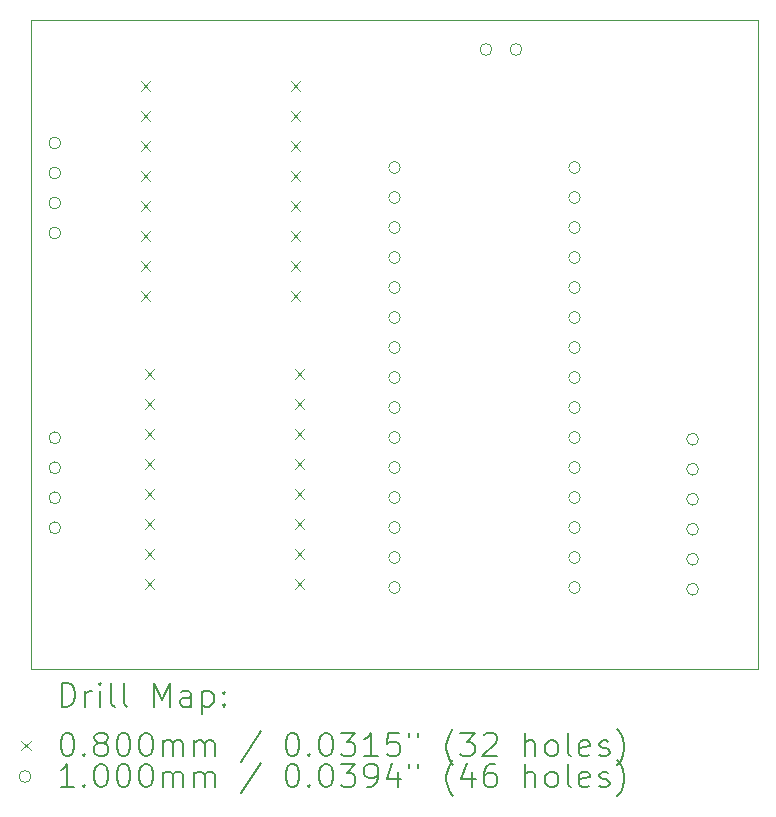
<source format=gbr>
%TF.GenerationSoftware,KiCad,Pcbnew,8.0.1*%
%TF.CreationDate,2024-04-25T13:58:34+02:00*%
%TF.ProjectId,WritingRobotV2,57726974-696e-4675-926f-626f7456322e,rev?*%
%TF.SameCoordinates,Original*%
%TF.FileFunction,Drillmap*%
%TF.FilePolarity,Positive*%
%FSLAX45Y45*%
G04 Gerber Fmt 4.5, Leading zero omitted, Abs format (unit mm)*
G04 Created by KiCad (PCBNEW 8.0.1) date 2024-04-25 13:58:34*
%MOMM*%
%LPD*%
G01*
G04 APERTURE LIST*
%ADD10C,0.050000*%
%ADD11C,0.200000*%
%ADD12C,0.100000*%
G04 APERTURE END LIST*
D10*
X7500000Y-4200000D02*
X13650000Y-4200000D01*
X13650000Y-9700000D01*
X7500000Y-9700000D01*
X7500000Y-4200000D01*
D11*
D12*
X8426000Y-4721000D02*
X8506000Y-4801000D01*
X8506000Y-4721000D02*
X8426000Y-4801000D01*
X8426000Y-4975000D02*
X8506000Y-5055000D01*
X8506000Y-4975000D02*
X8426000Y-5055000D01*
X8426000Y-5229000D02*
X8506000Y-5309000D01*
X8506000Y-5229000D02*
X8426000Y-5309000D01*
X8426000Y-5483000D02*
X8506000Y-5563000D01*
X8506000Y-5483000D02*
X8426000Y-5563000D01*
X8426000Y-5737000D02*
X8506000Y-5817000D01*
X8506000Y-5737000D02*
X8426000Y-5817000D01*
X8426000Y-5991000D02*
X8506000Y-6071000D01*
X8506000Y-5991000D02*
X8426000Y-6071000D01*
X8426000Y-6245000D02*
X8506000Y-6325000D01*
X8506000Y-6245000D02*
X8426000Y-6325000D01*
X8426000Y-6499000D02*
X8506000Y-6579000D01*
X8506000Y-6499000D02*
X8426000Y-6579000D01*
X8460000Y-7160000D02*
X8540000Y-7240000D01*
X8540000Y-7160000D02*
X8460000Y-7240000D01*
X8460000Y-7414000D02*
X8540000Y-7494000D01*
X8540000Y-7414000D02*
X8460000Y-7494000D01*
X8460000Y-7668000D02*
X8540000Y-7748000D01*
X8540000Y-7668000D02*
X8460000Y-7748000D01*
X8460000Y-7922000D02*
X8540000Y-8002000D01*
X8540000Y-7922000D02*
X8460000Y-8002000D01*
X8460000Y-8176000D02*
X8540000Y-8256000D01*
X8540000Y-8176000D02*
X8460000Y-8256000D01*
X8460000Y-8430000D02*
X8540000Y-8510000D01*
X8540000Y-8430000D02*
X8460000Y-8510000D01*
X8460000Y-8684000D02*
X8540000Y-8764000D01*
X8540000Y-8684000D02*
X8460000Y-8764000D01*
X8460000Y-8938000D02*
X8540000Y-9018000D01*
X8540000Y-8938000D02*
X8460000Y-9018000D01*
X9696000Y-4721000D02*
X9776000Y-4801000D01*
X9776000Y-4721000D02*
X9696000Y-4801000D01*
X9696000Y-4975000D02*
X9776000Y-5055000D01*
X9776000Y-4975000D02*
X9696000Y-5055000D01*
X9696000Y-5229000D02*
X9776000Y-5309000D01*
X9776000Y-5229000D02*
X9696000Y-5309000D01*
X9696000Y-5483000D02*
X9776000Y-5563000D01*
X9776000Y-5483000D02*
X9696000Y-5563000D01*
X9696000Y-5737000D02*
X9776000Y-5817000D01*
X9776000Y-5737000D02*
X9696000Y-5817000D01*
X9696000Y-5991000D02*
X9776000Y-6071000D01*
X9776000Y-5991000D02*
X9696000Y-6071000D01*
X9696000Y-6245000D02*
X9776000Y-6325000D01*
X9776000Y-6245000D02*
X9696000Y-6325000D01*
X9696000Y-6499000D02*
X9776000Y-6579000D01*
X9776000Y-6499000D02*
X9696000Y-6579000D01*
X9730000Y-7160000D02*
X9810000Y-7240000D01*
X9810000Y-7160000D02*
X9730000Y-7240000D01*
X9730000Y-7414000D02*
X9810000Y-7494000D01*
X9810000Y-7414000D02*
X9730000Y-7494000D01*
X9730000Y-7668000D02*
X9810000Y-7748000D01*
X9810000Y-7668000D02*
X9730000Y-7748000D01*
X9730000Y-7922000D02*
X9810000Y-8002000D01*
X9810000Y-7922000D02*
X9730000Y-8002000D01*
X9730000Y-8176000D02*
X9810000Y-8256000D01*
X9810000Y-8176000D02*
X9730000Y-8256000D01*
X9730000Y-8430000D02*
X9810000Y-8510000D01*
X9810000Y-8430000D02*
X9730000Y-8510000D01*
X9730000Y-8684000D02*
X9810000Y-8764000D01*
X9810000Y-8684000D02*
X9730000Y-8764000D01*
X9730000Y-8938000D02*
X9810000Y-9018000D01*
X9810000Y-8938000D02*
X9730000Y-9018000D01*
X7750000Y-5242000D02*
G75*
G02*
X7650000Y-5242000I-50000J0D01*
G01*
X7650000Y-5242000D02*
G75*
G02*
X7750000Y-5242000I50000J0D01*
G01*
X7750000Y-5496000D02*
G75*
G02*
X7650000Y-5496000I-50000J0D01*
G01*
X7650000Y-5496000D02*
G75*
G02*
X7750000Y-5496000I50000J0D01*
G01*
X7750000Y-5750000D02*
G75*
G02*
X7650000Y-5750000I-50000J0D01*
G01*
X7650000Y-5750000D02*
G75*
G02*
X7750000Y-5750000I50000J0D01*
G01*
X7750000Y-6004000D02*
G75*
G02*
X7650000Y-6004000I-50000J0D01*
G01*
X7650000Y-6004000D02*
G75*
G02*
X7750000Y-6004000I50000J0D01*
G01*
X7750000Y-7738000D02*
G75*
G02*
X7650000Y-7738000I-50000J0D01*
G01*
X7650000Y-7738000D02*
G75*
G02*
X7750000Y-7738000I50000J0D01*
G01*
X7750000Y-7992000D02*
G75*
G02*
X7650000Y-7992000I-50000J0D01*
G01*
X7650000Y-7992000D02*
G75*
G02*
X7750000Y-7992000I50000J0D01*
G01*
X7750000Y-8246000D02*
G75*
G02*
X7650000Y-8246000I-50000J0D01*
G01*
X7650000Y-8246000D02*
G75*
G02*
X7750000Y-8246000I50000J0D01*
G01*
X7750000Y-8500000D02*
G75*
G02*
X7650000Y-8500000I-50000J0D01*
G01*
X7650000Y-8500000D02*
G75*
G02*
X7750000Y-8500000I50000J0D01*
G01*
X10626000Y-5450000D02*
G75*
G02*
X10526000Y-5450000I-50000J0D01*
G01*
X10526000Y-5450000D02*
G75*
G02*
X10626000Y-5450000I50000J0D01*
G01*
X10626000Y-5704000D02*
G75*
G02*
X10526000Y-5704000I-50000J0D01*
G01*
X10526000Y-5704000D02*
G75*
G02*
X10626000Y-5704000I50000J0D01*
G01*
X10626000Y-5958000D02*
G75*
G02*
X10526000Y-5958000I-50000J0D01*
G01*
X10526000Y-5958000D02*
G75*
G02*
X10626000Y-5958000I50000J0D01*
G01*
X10626000Y-6212000D02*
G75*
G02*
X10526000Y-6212000I-50000J0D01*
G01*
X10526000Y-6212000D02*
G75*
G02*
X10626000Y-6212000I50000J0D01*
G01*
X10626000Y-6466000D02*
G75*
G02*
X10526000Y-6466000I-50000J0D01*
G01*
X10526000Y-6466000D02*
G75*
G02*
X10626000Y-6466000I50000J0D01*
G01*
X10626000Y-6720000D02*
G75*
G02*
X10526000Y-6720000I-50000J0D01*
G01*
X10526000Y-6720000D02*
G75*
G02*
X10626000Y-6720000I50000J0D01*
G01*
X10626000Y-6974000D02*
G75*
G02*
X10526000Y-6974000I-50000J0D01*
G01*
X10526000Y-6974000D02*
G75*
G02*
X10626000Y-6974000I50000J0D01*
G01*
X10626000Y-7228000D02*
G75*
G02*
X10526000Y-7228000I-50000J0D01*
G01*
X10526000Y-7228000D02*
G75*
G02*
X10626000Y-7228000I50000J0D01*
G01*
X10626000Y-7482000D02*
G75*
G02*
X10526000Y-7482000I-50000J0D01*
G01*
X10526000Y-7482000D02*
G75*
G02*
X10626000Y-7482000I50000J0D01*
G01*
X10626000Y-7736000D02*
G75*
G02*
X10526000Y-7736000I-50000J0D01*
G01*
X10526000Y-7736000D02*
G75*
G02*
X10626000Y-7736000I50000J0D01*
G01*
X10626000Y-7990000D02*
G75*
G02*
X10526000Y-7990000I-50000J0D01*
G01*
X10526000Y-7990000D02*
G75*
G02*
X10626000Y-7990000I50000J0D01*
G01*
X10626000Y-8244000D02*
G75*
G02*
X10526000Y-8244000I-50000J0D01*
G01*
X10526000Y-8244000D02*
G75*
G02*
X10626000Y-8244000I50000J0D01*
G01*
X10626000Y-8498000D02*
G75*
G02*
X10526000Y-8498000I-50000J0D01*
G01*
X10526000Y-8498000D02*
G75*
G02*
X10626000Y-8498000I50000J0D01*
G01*
X10626000Y-8752000D02*
G75*
G02*
X10526000Y-8752000I-50000J0D01*
G01*
X10526000Y-8752000D02*
G75*
G02*
X10626000Y-8752000I50000J0D01*
G01*
X10626000Y-9006000D02*
G75*
G02*
X10526000Y-9006000I-50000J0D01*
G01*
X10526000Y-9006000D02*
G75*
G02*
X10626000Y-9006000I50000J0D01*
G01*
X11400000Y-4450000D02*
G75*
G02*
X11300000Y-4450000I-50000J0D01*
G01*
X11300000Y-4450000D02*
G75*
G02*
X11400000Y-4450000I50000J0D01*
G01*
X11654000Y-4450000D02*
G75*
G02*
X11554000Y-4450000I-50000J0D01*
G01*
X11554000Y-4450000D02*
G75*
G02*
X11654000Y-4450000I50000J0D01*
G01*
X12150000Y-5450000D02*
G75*
G02*
X12050000Y-5450000I-50000J0D01*
G01*
X12050000Y-5450000D02*
G75*
G02*
X12150000Y-5450000I50000J0D01*
G01*
X12150000Y-5704000D02*
G75*
G02*
X12050000Y-5704000I-50000J0D01*
G01*
X12050000Y-5704000D02*
G75*
G02*
X12150000Y-5704000I50000J0D01*
G01*
X12150000Y-5958000D02*
G75*
G02*
X12050000Y-5958000I-50000J0D01*
G01*
X12050000Y-5958000D02*
G75*
G02*
X12150000Y-5958000I50000J0D01*
G01*
X12150000Y-6212000D02*
G75*
G02*
X12050000Y-6212000I-50000J0D01*
G01*
X12050000Y-6212000D02*
G75*
G02*
X12150000Y-6212000I50000J0D01*
G01*
X12150000Y-6466000D02*
G75*
G02*
X12050000Y-6466000I-50000J0D01*
G01*
X12050000Y-6466000D02*
G75*
G02*
X12150000Y-6466000I50000J0D01*
G01*
X12150000Y-6720000D02*
G75*
G02*
X12050000Y-6720000I-50000J0D01*
G01*
X12050000Y-6720000D02*
G75*
G02*
X12150000Y-6720000I50000J0D01*
G01*
X12150000Y-6974000D02*
G75*
G02*
X12050000Y-6974000I-50000J0D01*
G01*
X12050000Y-6974000D02*
G75*
G02*
X12150000Y-6974000I50000J0D01*
G01*
X12150000Y-7228000D02*
G75*
G02*
X12050000Y-7228000I-50000J0D01*
G01*
X12050000Y-7228000D02*
G75*
G02*
X12150000Y-7228000I50000J0D01*
G01*
X12150000Y-7482000D02*
G75*
G02*
X12050000Y-7482000I-50000J0D01*
G01*
X12050000Y-7482000D02*
G75*
G02*
X12150000Y-7482000I50000J0D01*
G01*
X12150000Y-7736000D02*
G75*
G02*
X12050000Y-7736000I-50000J0D01*
G01*
X12050000Y-7736000D02*
G75*
G02*
X12150000Y-7736000I50000J0D01*
G01*
X12150000Y-7990000D02*
G75*
G02*
X12050000Y-7990000I-50000J0D01*
G01*
X12050000Y-7990000D02*
G75*
G02*
X12150000Y-7990000I50000J0D01*
G01*
X12150000Y-8244000D02*
G75*
G02*
X12050000Y-8244000I-50000J0D01*
G01*
X12050000Y-8244000D02*
G75*
G02*
X12150000Y-8244000I50000J0D01*
G01*
X12150000Y-8498000D02*
G75*
G02*
X12050000Y-8498000I-50000J0D01*
G01*
X12050000Y-8498000D02*
G75*
G02*
X12150000Y-8498000I50000J0D01*
G01*
X12150000Y-8752000D02*
G75*
G02*
X12050000Y-8752000I-50000J0D01*
G01*
X12050000Y-8752000D02*
G75*
G02*
X12150000Y-8752000I50000J0D01*
G01*
X12150000Y-9006000D02*
G75*
G02*
X12050000Y-9006000I-50000J0D01*
G01*
X12050000Y-9006000D02*
G75*
G02*
X12150000Y-9006000I50000J0D01*
G01*
X13150000Y-7750000D02*
G75*
G02*
X13050000Y-7750000I-50000J0D01*
G01*
X13050000Y-7750000D02*
G75*
G02*
X13150000Y-7750000I50000J0D01*
G01*
X13150000Y-8004000D02*
G75*
G02*
X13050000Y-8004000I-50000J0D01*
G01*
X13050000Y-8004000D02*
G75*
G02*
X13150000Y-8004000I50000J0D01*
G01*
X13150000Y-8258000D02*
G75*
G02*
X13050000Y-8258000I-50000J0D01*
G01*
X13050000Y-8258000D02*
G75*
G02*
X13150000Y-8258000I50000J0D01*
G01*
X13150000Y-8512000D02*
G75*
G02*
X13050000Y-8512000I-50000J0D01*
G01*
X13050000Y-8512000D02*
G75*
G02*
X13150000Y-8512000I50000J0D01*
G01*
X13150000Y-8766000D02*
G75*
G02*
X13050000Y-8766000I-50000J0D01*
G01*
X13050000Y-8766000D02*
G75*
G02*
X13150000Y-8766000I50000J0D01*
G01*
X13150000Y-9020000D02*
G75*
G02*
X13050000Y-9020000I-50000J0D01*
G01*
X13050000Y-9020000D02*
G75*
G02*
X13150000Y-9020000I50000J0D01*
G01*
D11*
X7758277Y-10013984D02*
X7758277Y-9813984D01*
X7758277Y-9813984D02*
X7805896Y-9813984D01*
X7805896Y-9813984D02*
X7834467Y-9823508D01*
X7834467Y-9823508D02*
X7853515Y-9842555D01*
X7853515Y-9842555D02*
X7863039Y-9861603D01*
X7863039Y-9861603D02*
X7872562Y-9899698D01*
X7872562Y-9899698D02*
X7872562Y-9928270D01*
X7872562Y-9928270D02*
X7863039Y-9966365D01*
X7863039Y-9966365D02*
X7853515Y-9985412D01*
X7853515Y-9985412D02*
X7834467Y-10004460D01*
X7834467Y-10004460D02*
X7805896Y-10013984D01*
X7805896Y-10013984D02*
X7758277Y-10013984D01*
X7958277Y-10013984D02*
X7958277Y-9880650D01*
X7958277Y-9918746D02*
X7967801Y-9899698D01*
X7967801Y-9899698D02*
X7977324Y-9890174D01*
X7977324Y-9890174D02*
X7996372Y-9880650D01*
X7996372Y-9880650D02*
X8015420Y-9880650D01*
X8082086Y-10013984D02*
X8082086Y-9880650D01*
X8082086Y-9813984D02*
X8072562Y-9823508D01*
X8072562Y-9823508D02*
X8082086Y-9833031D01*
X8082086Y-9833031D02*
X8091610Y-9823508D01*
X8091610Y-9823508D02*
X8082086Y-9813984D01*
X8082086Y-9813984D02*
X8082086Y-9833031D01*
X8205896Y-10013984D02*
X8186848Y-10004460D01*
X8186848Y-10004460D02*
X8177324Y-9985412D01*
X8177324Y-9985412D02*
X8177324Y-9813984D01*
X8310658Y-10013984D02*
X8291610Y-10004460D01*
X8291610Y-10004460D02*
X8282086Y-9985412D01*
X8282086Y-9985412D02*
X8282086Y-9813984D01*
X8539229Y-10013984D02*
X8539229Y-9813984D01*
X8539229Y-9813984D02*
X8605896Y-9956841D01*
X8605896Y-9956841D02*
X8672563Y-9813984D01*
X8672563Y-9813984D02*
X8672563Y-10013984D01*
X8853515Y-10013984D02*
X8853515Y-9909222D01*
X8853515Y-9909222D02*
X8843991Y-9890174D01*
X8843991Y-9890174D02*
X8824944Y-9880650D01*
X8824944Y-9880650D02*
X8786848Y-9880650D01*
X8786848Y-9880650D02*
X8767801Y-9890174D01*
X8853515Y-10004460D02*
X8834467Y-10013984D01*
X8834467Y-10013984D02*
X8786848Y-10013984D01*
X8786848Y-10013984D02*
X8767801Y-10004460D01*
X8767801Y-10004460D02*
X8758277Y-9985412D01*
X8758277Y-9985412D02*
X8758277Y-9966365D01*
X8758277Y-9966365D02*
X8767801Y-9947317D01*
X8767801Y-9947317D02*
X8786848Y-9937793D01*
X8786848Y-9937793D02*
X8834467Y-9937793D01*
X8834467Y-9937793D02*
X8853515Y-9928270D01*
X8948753Y-9880650D02*
X8948753Y-10080650D01*
X8948753Y-9890174D02*
X8967801Y-9880650D01*
X8967801Y-9880650D02*
X9005896Y-9880650D01*
X9005896Y-9880650D02*
X9024944Y-9890174D01*
X9024944Y-9890174D02*
X9034467Y-9899698D01*
X9034467Y-9899698D02*
X9043991Y-9918746D01*
X9043991Y-9918746D02*
X9043991Y-9975889D01*
X9043991Y-9975889D02*
X9034467Y-9994936D01*
X9034467Y-9994936D02*
X9024944Y-10004460D01*
X9024944Y-10004460D02*
X9005896Y-10013984D01*
X9005896Y-10013984D02*
X8967801Y-10013984D01*
X8967801Y-10013984D02*
X8948753Y-10004460D01*
X9129705Y-9994936D02*
X9139229Y-10004460D01*
X9139229Y-10004460D02*
X9129705Y-10013984D01*
X9129705Y-10013984D02*
X9120182Y-10004460D01*
X9120182Y-10004460D02*
X9129705Y-9994936D01*
X9129705Y-9994936D02*
X9129705Y-10013984D01*
X9129705Y-9890174D02*
X9139229Y-9899698D01*
X9139229Y-9899698D02*
X9129705Y-9909222D01*
X9129705Y-9909222D02*
X9120182Y-9899698D01*
X9120182Y-9899698D02*
X9129705Y-9890174D01*
X9129705Y-9890174D02*
X9129705Y-9909222D01*
D12*
X7417500Y-10302500D02*
X7497500Y-10382500D01*
X7497500Y-10302500D02*
X7417500Y-10382500D01*
D11*
X7796372Y-10233984D02*
X7815420Y-10233984D01*
X7815420Y-10233984D02*
X7834467Y-10243508D01*
X7834467Y-10243508D02*
X7843991Y-10253031D01*
X7843991Y-10253031D02*
X7853515Y-10272079D01*
X7853515Y-10272079D02*
X7863039Y-10310174D01*
X7863039Y-10310174D02*
X7863039Y-10357793D01*
X7863039Y-10357793D02*
X7853515Y-10395889D01*
X7853515Y-10395889D02*
X7843991Y-10414936D01*
X7843991Y-10414936D02*
X7834467Y-10424460D01*
X7834467Y-10424460D02*
X7815420Y-10433984D01*
X7815420Y-10433984D02*
X7796372Y-10433984D01*
X7796372Y-10433984D02*
X7777324Y-10424460D01*
X7777324Y-10424460D02*
X7767801Y-10414936D01*
X7767801Y-10414936D02*
X7758277Y-10395889D01*
X7758277Y-10395889D02*
X7748753Y-10357793D01*
X7748753Y-10357793D02*
X7748753Y-10310174D01*
X7748753Y-10310174D02*
X7758277Y-10272079D01*
X7758277Y-10272079D02*
X7767801Y-10253031D01*
X7767801Y-10253031D02*
X7777324Y-10243508D01*
X7777324Y-10243508D02*
X7796372Y-10233984D01*
X7948753Y-10414936D02*
X7958277Y-10424460D01*
X7958277Y-10424460D02*
X7948753Y-10433984D01*
X7948753Y-10433984D02*
X7939229Y-10424460D01*
X7939229Y-10424460D02*
X7948753Y-10414936D01*
X7948753Y-10414936D02*
X7948753Y-10433984D01*
X8072562Y-10319698D02*
X8053515Y-10310174D01*
X8053515Y-10310174D02*
X8043991Y-10300650D01*
X8043991Y-10300650D02*
X8034467Y-10281603D01*
X8034467Y-10281603D02*
X8034467Y-10272079D01*
X8034467Y-10272079D02*
X8043991Y-10253031D01*
X8043991Y-10253031D02*
X8053515Y-10243508D01*
X8053515Y-10243508D02*
X8072562Y-10233984D01*
X8072562Y-10233984D02*
X8110658Y-10233984D01*
X8110658Y-10233984D02*
X8129705Y-10243508D01*
X8129705Y-10243508D02*
X8139229Y-10253031D01*
X8139229Y-10253031D02*
X8148753Y-10272079D01*
X8148753Y-10272079D02*
X8148753Y-10281603D01*
X8148753Y-10281603D02*
X8139229Y-10300650D01*
X8139229Y-10300650D02*
X8129705Y-10310174D01*
X8129705Y-10310174D02*
X8110658Y-10319698D01*
X8110658Y-10319698D02*
X8072562Y-10319698D01*
X8072562Y-10319698D02*
X8053515Y-10329222D01*
X8053515Y-10329222D02*
X8043991Y-10338746D01*
X8043991Y-10338746D02*
X8034467Y-10357793D01*
X8034467Y-10357793D02*
X8034467Y-10395889D01*
X8034467Y-10395889D02*
X8043991Y-10414936D01*
X8043991Y-10414936D02*
X8053515Y-10424460D01*
X8053515Y-10424460D02*
X8072562Y-10433984D01*
X8072562Y-10433984D02*
X8110658Y-10433984D01*
X8110658Y-10433984D02*
X8129705Y-10424460D01*
X8129705Y-10424460D02*
X8139229Y-10414936D01*
X8139229Y-10414936D02*
X8148753Y-10395889D01*
X8148753Y-10395889D02*
X8148753Y-10357793D01*
X8148753Y-10357793D02*
X8139229Y-10338746D01*
X8139229Y-10338746D02*
X8129705Y-10329222D01*
X8129705Y-10329222D02*
X8110658Y-10319698D01*
X8272562Y-10233984D02*
X8291610Y-10233984D01*
X8291610Y-10233984D02*
X8310658Y-10243508D01*
X8310658Y-10243508D02*
X8320182Y-10253031D01*
X8320182Y-10253031D02*
X8329705Y-10272079D01*
X8329705Y-10272079D02*
X8339229Y-10310174D01*
X8339229Y-10310174D02*
X8339229Y-10357793D01*
X8339229Y-10357793D02*
X8329705Y-10395889D01*
X8329705Y-10395889D02*
X8320182Y-10414936D01*
X8320182Y-10414936D02*
X8310658Y-10424460D01*
X8310658Y-10424460D02*
X8291610Y-10433984D01*
X8291610Y-10433984D02*
X8272562Y-10433984D01*
X8272562Y-10433984D02*
X8253515Y-10424460D01*
X8253515Y-10424460D02*
X8243991Y-10414936D01*
X8243991Y-10414936D02*
X8234467Y-10395889D01*
X8234467Y-10395889D02*
X8224943Y-10357793D01*
X8224943Y-10357793D02*
X8224943Y-10310174D01*
X8224943Y-10310174D02*
X8234467Y-10272079D01*
X8234467Y-10272079D02*
X8243991Y-10253031D01*
X8243991Y-10253031D02*
X8253515Y-10243508D01*
X8253515Y-10243508D02*
X8272562Y-10233984D01*
X8463039Y-10233984D02*
X8482086Y-10233984D01*
X8482086Y-10233984D02*
X8501134Y-10243508D01*
X8501134Y-10243508D02*
X8510658Y-10253031D01*
X8510658Y-10253031D02*
X8520182Y-10272079D01*
X8520182Y-10272079D02*
X8529705Y-10310174D01*
X8529705Y-10310174D02*
X8529705Y-10357793D01*
X8529705Y-10357793D02*
X8520182Y-10395889D01*
X8520182Y-10395889D02*
X8510658Y-10414936D01*
X8510658Y-10414936D02*
X8501134Y-10424460D01*
X8501134Y-10424460D02*
X8482086Y-10433984D01*
X8482086Y-10433984D02*
X8463039Y-10433984D01*
X8463039Y-10433984D02*
X8443991Y-10424460D01*
X8443991Y-10424460D02*
X8434467Y-10414936D01*
X8434467Y-10414936D02*
X8424944Y-10395889D01*
X8424944Y-10395889D02*
X8415420Y-10357793D01*
X8415420Y-10357793D02*
X8415420Y-10310174D01*
X8415420Y-10310174D02*
X8424944Y-10272079D01*
X8424944Y-10272079D02*
X8434467Y-10253031D01*
X8434467Y-10253031D02*
X8443991Y-10243508D01*
X8443991Y-10243508D02*
X8463039Y-10233984D01*
X8615420Y-10433984D02*
X8615420Y-10300650D01*
X8615420Y-10319698D02*
X8624944Y-10310174D01*
X8624944Y-10310174D02*
X8643991Y-10300650D01*
X8643991Y-10300650D02*
X8672563Y-10300650D01*
X8672563Y-10300650D02*
X8691610Y-10310174D01*
X8691610Y-10310174D02*
X8701134Y-10329222D01*
X8701134Y-10329222D02*
X8701134Y-10433984D01*
X8701134Y-10329222D02*
X8710658Y-10310174D01*
X8710658Y-10310174D02*
X8729705Y-10300650D01*
X8729705Y-10300650D02*
X8758277Y-10300650D01*
X8758277Y-10300650D02*
X8777325Y-10310174D01*
X8777325Y-10310174D02*
X8786848Y-10329222D01*
X8786848Y-10329222D02*
X8786848Y-10433984D01*
X8882086Y-10433984D02*
X8882086Y-10300650D01*
X8882086Y-10319698D02*
X8891610Y-10310174D01*
X8891610Y-10310174D02*
X8910658Y-10300650D01*
X8910658Y-10300650D02*
X8939229Y-10300650D01*
X8939229Y-10300650D02*
X8958277Y-10310174D01*
X8958277Y-10310174D02*
X8967801Y-10329222D01*
X8967801Y-10329222D02*
X8967801Y-10433984D01*
X8967801Y-10329222D02*
X8977325Y-10310174D01*
X8977325Y-10310174D02*
X8996372Y-10300650D01*
X8996372Y-10300650D02*
X9024944Y-10300650D01*
X9024944Y-10300650D02*
X9043991Y-10310174D01*
X9043991Y-10310174D02*
X9053515Y-10329222D01*
X9053515Y-10329222D02*
X9053515Y-10433984D01*
X9443991Y-10224460D02*
X9272563Y-10481603D01*
X9701134Y-10233984D02*
X9720182Y-10233984D01*
X9720182Y-10233984D02*
X9739229Y-10243508D01*
X9739229Y-10243508D02*
X9748753Y-10253031D01*
X9748753Y-10253031D02*
X9758277Y-10272079D01*
X9758277Y-10272079D02*
X9767801Y-10310174D01*
X9767801Y-10310174D02*
X9767801Y-10357793D01*
X9767801Y-10357793D02*
X9758277Y-10395889D01*
X9758277Y-10395889D02*
X9748753Y-10414936D01*
X9748753Y-10414936D02*
X9739229Y-10424460D01*
X9739229Y-10424460D02*
X9720182Y-10433984D01*
X9720182Y-10433984D02*
X9701134Y-10433984D01*
X9701134Y-10433984D02*
X9682087Y-10424460D01*
X9682087Y-10424460D02*
X9672563Y-10414936D01*
X9672563Y-10414936D02*
X9663039Y-10395889D01*
X9663039Y-10395889D02*
X9653515Y-10357793D01*
X9653515Y-10357793D02*
X9653515Y-10310174D01*
X9653515Y-10310174D02*
X9663039Y-10272079D01*
X9663039Y-10272079D02*
X9672563Y-10253031D01*
X9672563Y-10253031D02*
X9682087Y-10243508D01*
X9682087Y-10243508D02*
X9701134Y-10233984D01*
X9853515Y-10414936D02*
X9863039Y-10424460D01*
X9863039Y-10424460D02*
X9853515Y-10433984D01*
X9853515Y-10433984D02*
X9843991Y-10424460D01*
X9843991Y-10424460D02*
X9853515Y-10414936D01*
X9853515Y-10414936D02*
X9853515Y-10433984D01*
X9986848Y-10233984D02*
X10005896Y-10233984D01*
X10005896Y-10233984D02*
X10024944Y-10243508D01*
X10024944Y-10243508D02*
X10034468Y-10253031D01*
X10034468Y-10253031D02*
X10043991Y-10272079D01*
X10043991Y-10272079D02*
X10053515Y-10310174D01*
X10053515Y-10310174D02*
X10053515Y-10357793D01*
X10053515Y-10357793D02*
X10043991Y-10395889D01*
X10043991Y-10395889D02*
X10034468Y-10414936D01*
X10034468Y-10414936D02*
X10024944Y-10424460D01*
X10024944Y-10424460D02*
X10005896Y-10433984D01*
X10005896Y-10433984D02*
X9986848Y-10433984D01*
X9986848Y-10433984D02*
X9967801Y-10424460D01*
X9967801Y-10424460D02*
X9958277Y-10414936D01*
X9958277Y-10414936D02*
X9948753Y-10395889D01*
X9948753Y-10395889D02*
X9939229Y-10357793D01*
X9939229Y-10357793D02*
X9939229Y-10310174D01*
X9939229Y-10310174D02*
X9948753Y-10272079D01*
X9948753Y-10272079D02*
X9958277Y-10253031D01*
X9958277Y-10253031D02*
X9967801Y-10243508D01*
X9967801Y-10243508D02*
X9986848Y-10233984D01*
X10120182Y-10233984D02*
X10243991Y-10233984D01*
X10243991Y-10233984D02*
X10177325Y-10310174D01*
X10177325Y-10310174D02*
X10205896Y-10310174D01*
X10205896Y-10310174D02*
X10224944Y-10319698D01*
X10224944Y-10319698D02*
X10234468Y-10329222D01*
X10234468Y-10329222D02*
X10243991Y-10348270D01*
X10243991Y-10348270D02*
X10243991Y-10395889D01*
X10243991Y-10395889D02*
X10234468Y-10414936D01*
X10234468Y-10414936D02*
X10224944Y-10424460D01*
X10224944Y-10424460D02*
X10205896Y-10433984D01*
X10205896Y-10433984D02*
X10148753Y-10433984D01*
X10148753Y-10433984D02*
X10129706Y-10424460D01*
X10129706Y-10424460D02*
X10120182Y-10414936D01*
X10434468Y-10433984D02*
X10320182Y-10433984D01*
X10377325Y-10433984D02*
X10377325Y-10233984D01*
X10377325Y-10233984D02*
X10358277Y-10262555D01*
X10358277Y-10262555D02*
X10339229Y-10281603D01*
X10339229Y-10281603D02*
X10320182Y-10291127D01*
X10615420Y-10233984D02*
X10520182Y-10233984D01*
X10520182Y-10233984D02*
X10510658Y-10329222D01*
X10510658Y-10329222D02*
X10520182Y-10319698D01*
X10520182Y-10319698D02*
X10539229Y-10310174D01*
X10539229Y-10310174D02*
X10586849Y-10310174D01*
X10586849Y-10310174D02*
X10605896Y-10319698D01*
X10605896Y-10319698D02*
X10615420Y-10329222D01*
X10615420Y-10329222D02*
X10624944Y-10348270D01*
X10624944Y-10348270D02*
X10624944Y-10395889D01*
X10624944Y-10395889D02*
X10615420Y-10414936D01*
X10615420Y-10414936D02*
X10605896Y-10424460D01*
X10605896Y-10424460D02*
X10586849Y-10433984D01*
X10586849Y-10433984D02*
X10539229Y-10433984D01*
X10539229Y-10433984D02*
X10520182Y-10424460D01*
X10520182Y-10424460D02*
X10510658Y-10414936D01*
X10701134Y-10233984D02*
X10701134Y-10272079D01*
X10777325Y-10233984D02*
X10777325Y-10272079D01*
X11072563Y-10510174D02*
X11063039Y-10500650D01*
X11063039Y-10500650D02*
X11043991Y-10472079D01*
X11043991Y-10472079D02*
X11034468Y-10453031D01*
X11034468Y-10453031D02*
X11024944Y-10424460D01*
X11024944Y-10424460D02*
X11015420Y-10376841D01*
X11015420Y-10376841D02*
X11015420Y-10338746D01*
X11015420Y-10338746D02*
X11024944Y-10291127D01*
X11024944Y-10291127D02*
X11034468Y-10262555D01*
X11034468Y-10262555D02*
X11043991Y-10243508D01*
X11043991Y-10243508D02*
X11063039Y-10214936D01*
X11063039Y-10214936D02*
X11072563Y-10205412D01*
X11129706Y-10233984D02*
X11253515Y-10233984D01*
X11253515Y-10233984D02*
X11186848Y-10310174D01*
X11186848Y-10310174D02*
X11215420Y-10310174D01*
X11215420Y-10310174D02*
X11234468Y-10319698D01*
X11234468Y-10319698D02*
X11243991Y-10329222D01*
X11243991Y-10329222D02*
X11253515Y-10348270D01*
X11253515Y-10348270D02*
X11253515Y-10395889D01*
X11253515Y-10395889D02*
X11243991Y-10414936D01*
X11243991Y-10414936D02*
X11234468Y-10424460D01*
X11234468Y-10424460D02*
X11215420Y-10433984D01*
X11215420Y-10433984D02*
X11158277Y-10433984D01*
X11158277Y-10433984D02*
X11139230Y-10424460D01*
X11139230Y-10424460D02*
X11129706Y-10414936D01*
X11329706Y-10253031D02*
X11339229Y-10243508D01*
X11339229Y-10243508D02*
X11358277Y-10233984D01*
X11358277Y-10233984D02*
X11405896Y-10233984D01*
X11405896Y-10233984D02*
X11424944Y-10243508D01*
X11424944Y-10243508D02*
X11434468Y-10253031D01*
X11434468Y-10253031D02*
X11443991Y-10272079D01*
X11443991Y-10272079D02*
X11443991Y-10291127D01*
X11443991Y-10291127D02*
X11434468Y-10319698D01*
X11434468Y-10319698D02*
X11320182Y-10433984D01*
X11320182Y-10433984D02*
X11443991Y-10433984D01*
X11682087Y-10433984D02*
X11682087Y-10233984D01*
X11767801Y-10433984D02*
X11767801Y-10329222D01*
X11767801Y-10329222D02*
X11758277Y-10310174D01*
X11758277Y-10310174D02*
X11739230Y-10300650D01*
X11739230Y-10300650D02*
X11710658Y-10300650D01*
X11710658Y-10300650D02*
X11691610Y-10310174D01*
X11691610Y-10310174D02*
X11682087Y-10319698D01*
X11891610Y-10433984D02*
X11872563Y-10424460D01*
X11872563Y-10424460D02*
X11863039Y-10414936D01*
X11863039Y-10414936D02*
X11853515Y-10395889D01*
X11853515Y-10395889D02*
X11853515Y-10338746D01*
X11853515Y-10338746D02*
X11863039Y-10319698D01*
X11863039Y-10319698D02*
X11872563Y-10310174D01*
X11872563Y-10310174D02*
X11891610Y-10300650D01*
X11891610Y-10300650D02*
X11920182Y-10300650D01*
X11920182Y-10300650D02*
X11939230Y-10310174D01*
X11939230Y-10310174D02*
X11948753Y-10319698D01*
X11948753Y-10319698D02*
X11958277Y-10338746D01*
X11958277Y-10338746D02*
X11958277Y-10395889D01*
X11958277Y-10395889D02*
X11948753Y-10414936D01*
X11948753Y-10414936D02*
X11939230Y-10424460D01*
X11939230Y-10424460D02*
X11920182Y-10433984D01*
X11920182Y-10433984D02*
X11891610Y-10433984D01*
X12072563Y-10433984D02*
X12053515Y-10424460D01*
X12053515Y-10424460D02*
X12043991Y-10405412D01*
X12043991Y-10405412D02*
X12043991Y-10233984D01*
X12224944Y-10424460D02*
X12205896Y-10433984D01*
X12205896Y-10433984D02*
X12167801Y-10433984D01*
X12167801Y-10433984D02*
X12148753Y-10424460D01*
X12148753Y-10424460D02*
X12139230Y-10405412D01*
X12139230Y-10405412D02*
X12139230Y-10329222D01*
X12139230Y-10329222D02*
X12148753Y-10310174D01*
X12148753Y-10310174D02*
X12167801Y-10300650D01*
X12167801Y-10300650D02*
X12205896Y-10300650D01*
X12205896Y-10300650D02*
X12224944Y-10310174D01*
X12224944Y-10310174D02*
X12234468Y-10329222D01*
X12234468Y-10329222D02*
X12234468Y-10348270D01*
X12234468Y-10348270D02*
X12139230Y-10367317D01*
X12310658Y-10424460D02*
X12329706Y-10433984D01*
X12329706Y-10433984D02*
X12367801Y-10433984D01*
X12367801Y-10433984D02*
X12386849Y-10424460D01*
X12386849Y-10424460D02*
X12396372Y-10405412D01*
X12396372Y-10405412D02*
X12396372Y-10395889D01*
X12396372Y-10395889D02*
X12386849Y-10376841D01*
X12386849Y-10376841D02*
X12367801Y-10367317D01*
X12367801Y-10367317D02*
X12339230Y-10367317D01*
X12339230Y-10367317D02*
X12320182Y-10357793D01*
X12320182Y-10357793D02*
X12310658Y-10338746D01*
X12310658Y-10338746D02*
X12310658Y-10329222D01*
X12310658Y-10329222D02*
X12320182Y-10310174D01*
X12320182Y-10310174D02*
X12339230Y-10300650D01*
X12339230Y-10300650D02*
X12367801Y-10300650D01*
X12367801Y-10300650D02*
X12386849Y-10310174D01*
X12463039Y-10510174D02*
X12472563Y-10500650D01*
X12472563Y-10500650D02*
X12491611Y-10472079D01*
X12491611Y-10472079D02*
X12501134Y-10453031D01*
X12501134Y-10453031D02*
X12510658Y-10424460D01*
X12510658Y-10424460D02*
X12520182Y-10376841D01*
X12520182Y-10376841D02*
X12520182Y-10338746D01*
X12520182Y-10338746D02*
X12510658Y-10291127D01*
X12510658Y-10291127D02*
X12501134Y-10262555D01*
X12501134Y-10262555D02*
X12491611Y-10243508D01*
X12491611Y-10243508D02*
X12472563Y-10214936D01*
X12472563Y-10214936D02*
X12463039Y-10205412D01*
D12*
X7497500Y-10606500D02*
G75*
G02*
X7397500Y-10606500I-50000J0D01*
G01*
X7397500Y-10606500D02*
G75*
G02*
X7497500Y-10606500I50000J0D01*
G01*
D11*
X7863039Y-10697984D02*
X7748753Y-10697984D01*
X7805896Y-10697984D02*
X7805896Y-10497984D01*
X7805896Y-10497984D02*
X7786848Y-10526555D01*
X7786848Y-10526555D02*
X7767801Y-10545603D01*
X7767801Y-10545603D02*
X7748753Y-10555127D01*
X7948753Y-10678936D02*
X7958277Y-10688460D01*
X7958277Y-10688460D02*
X7948753Y-10697984D01*
X7948753Y-10697984D02*
X7939229Y-10688460D01*
X7939229Y-10688460D02*
X7948753Y-10678936D01*
X7948753Y-10678936D02*
X7948753Y-10697984D01*
X8082086Y-10497984D02*
X8101134Y-10497984D01*
X8101134Y-10497984D02*
X8120182Y-10507508D01*
X8120182Y-10507508D02*
X8129705Y-10517031D01*
X8129705Y-10517031D02*
X8139229Y-10536079D01*
X8139229Y-10536079D02*
X8148753Y-10574174D01*
X8148753Y-10574174D02*
X8148753Y-10621793D01*
X8148753Y-10621793D02*
X8139229Y-10659889D01*
X8139229Y-10659889D02*
X8129705Y-10678936D01*
X8129705Y-10678936D02*
X8120182Y-10688460D01*
X8120182Y-10688460D02*
X8101134Y-10697984D01*
X8101134Y-10697984D02*
X8082086Y-10697984D01*
X8082086Y-10697984D02*
X8063039Y-10688460D01*
X8063039Y-10688460D02*
X8053515Y-10678936D01*
X8053515Y-10678936D02*
X8043991Y-10659889D01*
X8043991Y-10659889D02*
X8034467Y-10621793D01*
X8034467Y-10621793D02*
X8034467Y-10574174D01*
X8034467Y-10574174D02*
X8043991Y-10536079D01*
X8043991Y-10536079D02*
X8053515Y-10517031D01*
X8053515Y-10517031D02*
X8063039Y-10507508D01*
X8063039Y-10507508D02*
X8082086Y-10497984D01*
X8272562Y-10497984D02*
X8291610Y-10497984D01*
X8291610Y-10497984D02*
X8310658Y-10507508D01*
X8310658Y-10507508D02*
X8320182Y-10517031D01*
X8320182Y-10517031D02*
X8329705Y-10536079D01*
X8329705Y-10536079D02*
X8339229Y-10574174D01*
X8339229Y-10574174D02*
X8339229Y-10621793D01*
X8339229Y-10621793D02*
X8329705Y-10659889D01*
X8329705Y-10659889D02*
X8320182Y-10678936D01*
X8320182Y-10678936D02*
X8310658Y-10688460D01*
X8310658Y-10688460D02*
X8291610Y-10697984D01*
X8291610Y-10697984D02*
X8272562Y-10697984D01*
X8272562Y-10697984D02*
X8253515Y-10688460D01*
X8253515Y-10688460D02*
X8243991Y-10678936D01*
X8243991Y-10678936D02*
X8234467Y-10659889D01*
X8234467Y-10659889D02*
X8224943Y-10621793D01*
X8224943Y-10621793D02*
X8224943Y-10574174D01*
X8224943Y-10574174D02*
X8234467Y-10536079D01*
X8234467Y-10536079D02*
X8243991Y-10517031D01*
X8243991Y-10517031D02*
X8253515Y-10507508D01*
X8253515Y-10507508D02*
X8272562Y-10497984D01*
X8463039Y-10497984D02*
X8482086Y-10497984D01*
X8482086Y-10497984D02*
X8501134Y-10507508D01*
X8501134Y-10507508D02*
X8510658Y-10517031D01*
X8510658Y-10517031D02*
X8520182Y-10536079D01*
X8520182Y-10536079D02*
X8529705Y-10574174D01*
X8529705Y-10574174D02*
X8529705Y-10621793D01*
X8529705Y-10621793D02*
X8520182Y-10659889D01*
X8520182Y-10659889D02*
X8510658Y-10678936D01*
X8510658Y-10678936D02*
X8501134Y-10688460D01*
X8501134Y-10688460D02*
X8482086Y-10697984D01*
X8482086Y-10697984D02*
X8463039Y-10697984D01*
X8463039Y-10697984D02*
X8443991Y-10688460D01*
X8443991Y-10688460D02*
X8434467Y-10678936D01*
X8434467Y-10678936D02*
X8424944Y-10659889D01*
X8424944Y-10659889D02*
X8415420Y-10621793D01*
X8415420Y-10621793D02*
X8415420Y-10574174D01*
X8415420Y-10574174D02*
X8424944Y-10536079D01*
X8424944Y-10536079D02*
X8434467Y-10517031D01*
X8434467Y-10517031D02*
X8443991Y-10507508D01*
X8443991Y-10507508D02*
X8463039Y-10497984D01*
X8615420Y-10697984D02*
X8615420Y-10564650D01*
X8615420Y-10583698D02*
X8624944Y-10574174D01*
X8624944Y-10574174D02*
X8643991Y-10564650D01*
X8643991Y-10564650D02*
X8672563Y-10564650D01*
X8672563Y-10564650D02*
X8691610Y-10574174D01*
X8691610Y-10574174D02*
X8701134Y-10593222D01*
X8701134Y-10593222D02*
X8701134Y-10697984D01*
X8701134Y-10593222D02*
X8710658Y-10574174D01*
X8710658Y-10574174D02*
X8729705Y-10564650D01*
X8729705Y-10564650D02*
X8758277Y-10564650D01*
X8758277Y-10564650D02*
X8777325Y-10574174D01*
X8777325Y-10574174D02*
X8786848Y-10593222D01*
X8786848Y-10593222D02*
X8786848Y-10697984D01*
X8882086Y-10697984D02*
X8882086Y-10564650D01*
X8882086Y-10583698D02*
X8891610Y-10574174D01*
X8891610Y-10574174D02*
X8910658Y-10564650D01*
X8910658Y-10564650D02*
X8939229Y-10564650D01*
X8939229Y-10564650D02*
X8958277Y-10574174D01*
X8958277Y-10574174D02*
X8967801Y-10593222D01*
X8967801Y-10593222D02*
X8967801Y-10697984D01*
X8967801Y-10593222D02*
X8977325Y-10574174D01*
X8977325Y-10574174D02*
X8996372Y-10564650D01*
X8996372Y-10564650D02*
X9024944Y-10564650D01*
X9024944Y-10564650D02*
X9043991Y-10574174D01*
X9043991Y-10574174D02*
X9053515Y-10593222D01*
X9053515Y-10593222D02*
X9053515Y-10697984D01*
X9443991Y-10488460D02*
X9272563Y-10745603D01*
X9701134Y-10497984D02*
X9720182Y-10497984D01*
X9720182Y-10497984D02*
X9739229Y-10507508D01*
X9739229Y-10507508D02*
X9748753Y-10517031D01*
X9748753Y-10517031D02*
X9758277Y-10536079D01*
X9758277Y-10536079D02*
X9767801Y-10574174D01*
X9767801Y-10574174D02*
X9767801Y-10621793D01*
X9767801Y-10621793D02*
X9758277Y-10659889D01*
X9758277Y-10659889D02*
X9748753Y-10678936D01*
X9748753Y-10678936D02*
X9739229Y-10688460D01*
X9739229Y-10688460D02*
X9720182Y-10697984D01*
X9720182Y-10697984D02*
X9701134Y-10697984D01*
X9701134Y-10697984D02*
X9682087Y-10688460D01*
X9682087Y-10688460D02*
X9672563Y-10678936D01*
X9672563Y-10678936D02*
X9663039Y-10659889D01*
X9663039Y-10659889D02*
X9653515Y-10621793D01*
X9653515Y-10621793D02*
X9653515Y-10574174D01*
X9653515Y-10574174D02*
X9663039Y-10536079D01*
X9663039Y-10536079D02*
X9672563Y-10517031D01*
X9672563Y-10517031D02*
X9682087Y-10507508D01*
X9682087Y-10507508D02*
X9701134Y-10497984D01*
X9853515Y-10678936D02*
X9863039Y-10688460D01*
X9863039Y-10688460D02*
X9853515Y-10697984D01*
X9853515Y-10697984D02*
X9843991Y-10688460D01*
X9843991Y-10688460D02*
X9853515Y-10678936D01*
X9853515Y-10678936D02*
X9853515Y-10697984D01*
X9986848Y-10497984D02*
X10005896Y-10497984D01*
X10005896Y-10497984D02*
X10024944Y-10507508D01*
X10024944Y-10507508D02*
X10034468Y-10517031D01*
X10034468Y-10517031D02*
X10043991Y-10536079D01*
X10043991Y-10536079D02*
X10053515Y-10574174D01*
X10053515Y-10574174D02*
X10053515Y-10621793D01*
X10053515Y-10621793D02*
X10043991Y-10659889D01*
X10043991Y-10659889D02*
X10034468Y-10678936D01*
X10034468Y-10678936D02*
X10024944Y-10688460D01*
X10024944Y-10688460D02*
X10005896Y-10697984D01*
X10005896Y-10697984D02*
X9986848Y-10697984D01*
X9986848Y-10697984D02*
X9967801Y-10688460D01*
X9967801Y-10688460D02*
X9958277Y-10678936D01*
X9958277Y-10678936D02*
X9948753Y-10659889D01*
X9948753Y-10659889D02*
X9939229Y-10621793D01*
X9939229Y-10621793D02*
X9939229Y-10574174D01*
X9939229Y-10574174D02*
X9948753Y-10536079D01*
X9948753Y-10536079D02*
X9958277Y-10517031D01*
X9958277Y-10517031D02*
X9967801Y-10507508D01*
X9967801Y-10507508D02*
X9986848Y-10497984D01*
X10120182Y-10497984D02*
X10243991Y-10497984D01*
X10243991Y-10497984D02*
X10177325Y-10574174D01*
X10177325Y-10574174D02*
X10205896Y-10574174D01*
X10205896Y-10574174D02*
X10224944Y-10583698D01*
X10224944Y-10583698D02*
X10234468Y-10593222D01*
X10234468Y-10593222D02*
X10243991Y-10612270D01*
X10243991Y-10612270D02*
X10243991Y-10659889D01*
X10243991Y-10659889D02*
X10234468Y-10678936D01*
X10234468Y-10678936D02*
X10224944Y-10688460D01*
X10224944Y-10688460D02*
X10205896Y-10697984D01*
X10205896Y-10697984D02*
X10148753Y-10697984D01*
X10148753Y-10697984D02*
X10129706Y-10688460D01*
X10129706Y-10688460D02*
X10120182Y-10678936D01*
X10339229Y-10697984D02*
X10377325Y-10697984D01*
X10377325Y-10697984D02*
X10396372Y-10688460D01*
X10396372Y-10688460D02*
X10405896Y-10678936D01*
X10405896Y-10678936D02*
X10424944Y-10650365D01*
X10424944Y-10650365D02*
X10434468Y-10612270D01*
X10434468Y-10612270D02*
X10434468Y-10536079D01*
X10434468Y-10536079D02*
X10424944Y-10517031D01*
X10424944Y-10517031D02*
X10415420Y-10507508D01*
X10415420Y-10507508D02*
X10396372Y-10497984D01*
X10396372Y-10497984D02*
X10358277Y-10497984D01*
X10358277Y-10497984D02*
X10339229Y-10507508D01*
X10339229Y-10507508D02*
X10329706Y-10517031D01*
X10329706Y-10517031D02*
X10320182Y-10536079D01*
X10320182Y-10536079D02*
X10320182Y-10583698D01*
X10320182Y-10583698D02*
X10329706Y-10602746D01*
X10329706Y-10602746D02*
X10339229Y-10612270D01*
X10339229Y-10612270D02*
X10358277Y-10621793D01*
X10358277Y-10621793D02*
X10396372Y-10621793D01*
X10396372Y-10621793D02*
X10415420Y-10612270D01*
X10415420Y-10612270D02*
X10424944Y-10602746D01*
X10424944Y-10602746D02*
X10434468Y-10583698D01*
X10605896Y-10564650D02*
X10605896Y-10697984D01*
X10558277Y-10488460D02*
X10510658Y-10631317D01*
X10510658Y-10631317D02*
X10634468Y-10631317D01*
X10701134Y-10497984D02*
X10701134Y-10536079D01*
X10777325Y-10497984D02*
X10777325Y-10536079D01*
X11072563Y-10774174D02*
X11063039Y-10764650D01*
X11063039Y-10764650D02*
X11043991Y-10736079D01*
X11043991Y-10736079D02*
X11034468Y-10717031D01*
X11034468Y-10717031D02*
X11024944Y-10688460D01*
X11024944Y-10688460D02*
X11015420Y-10640841D01*
X11015420Y-10640841D02*
X11015420Y-10602746D01*
X11015420Y-10602746D02*
X11024944Y-10555127D01*
X11024944Y-10555127D02*
X11034468Y-10526555D01*
X11034468Y-10526555D02*
X11043991Y-10507508D01*
X11043991Y-10507508D02*
X11063039Y-10478936D01*
X11063039Y-10478936D02*
X11072563Y-10469412D01*
X11234468Y-10564650D02*
X11234468Y-10697984D01*
X11186848Y-10488460D02*
X11139230Y-10631317D01*
X11139230Y-10631317D02*
X11263039Y-10631317D01*
X11424944Y-10497984D02*
X11386848Y-10497984D01*
X11386848Y-10497984D02*
X11367801Y-10507508D01*
X11367801Y-10507508D02*
X11358277Y-10517031D01*
X11358277Y-10517031D02*
X11339229Y-10545603D01*
X11339229Y-10545603D02*
X11329706Y-10583698D01*
X11329706Y-10583698D02*
X11329706Y-10659889D01*
X11329706Y-10659889D02*
X11339229Y-10678936D01*
X11339229Y-10678936D02*
X11348753Y-10688460D01*
X11348753Y-10688460D02*
X11367801Y-10697984D01*
X11367801Y-10697984D02*
X11405896Y-10697984D01*
X11405896Y-10697984D02*
X11424944Y-10688460D01*
X11424944Y-10688460D02*
X11434468Y-10678936D01*
X11434468Y-10678936D02*
X11443991Y-10659889D01*
X11443991Y-10659889D02*
X11443991Y-10612270D01*
X11443991Y-10612270D02*
X11434468Y-10593222D01*
X11434468Y-10593222D02*
X11424944Y-10583698D01*
X11424944Y-10583698D02*
X11405896Y-10574174D01*
X11405896Y-10574174D02*
X11367801Y-10574174D01*
X11367801Y-10574174D02*
X11348753Y-10583698D01*
X11348753Y-10583698D02*
X11339229Y-10593222D01*
X11339229Y-10593222D02*
X11329706Y-10612270D01*
X11682087Y-10697984D02*
X11682087Y-10497984D01*
X11767801Y-10697984D02*
X11767801Y-10593222D01*
X11767801Y-10593222D02*
X11758277Y-10574174D01*
X11758277Y-10574174D02*
X11739230Y-10564650D01*
X11739230Y-10564650D02*
X11710658Y-10564650D01*
X11710658Y-10564650D02*
X11691610Y-10574174D01*
X11691610Y-10574174D02*
X11682087Y-10583698D01*
X11891610Y-10697984D02*
X11872563Y-10688460D01*
X11872563Y-10688460D02*
X11863039Y-10678936D01*
X11863039Y-10678936D02*
X11853515Y-10659889D01*
X11853515Y-10659889D02*
X11853515Y-10602746D01*
X11853515Y-10602746D02*
X11863039Y-10583698D01*
X11863039Y-10583698D02*
X11872563Y-10574174D01*
X11872563Y-10574174D02*
X11891610Y-10564650D01*
X11891610Y-10564650D02*
X11920182Y-10564650D01*
X11920182Y-10564650D02*
X11939230Y-10574174D01*
X11939230Y-10574174D02*
X11948753Y-10583698D01*
X11948753Y-10583698D02*
X11958277Y-10602746D01*
X11958277Y-10602746D02*
X11958277Y-10659889D01*
X11958277Y-10659889D02*
X11948753Y-10678936D01*
X11948753Y-10678936D02*
X11939230Y-10688460D01*
X11939230Y-10688460D02*
X11920182Y-10697984D01*
X11920182Y-10697984D02*
X11891610Y-10697984D01*
X12072563Y-10697984D02*
X12053515Y-10688460D01*
X12053515Y-10688460D02*
X12043991Y-10669412D01*
X12043991Y-10669412D02*
X12043991Y-10497984D01*
X12224944Y-10688460D02*
X12205896Y-10697984D01*
X12205896Y-10697984D02*
X12167801Y-10697984D01*
X12167801Y-10697984D02*
X12148753Y-10688460D01*
X12148753Y-10688460D02*
X12139230Y-10669412D01*
X12139230Y-10669412D02*
X12139230Y-10593222D01*
X12139230Y-10593222D02*
X12148753Y-10574174D01*
X12148753Y-10574174D02*
X12167801Y-10564650D01*
X12167801Y-10564650D02*
X12205896Y-10564650D01*
X12205896Y-10564650D02*
X12224944Y-10574174D01*
X12224944Y-10574174D02*
X12234468Y-10593222D01*
X12234468Y-10593222D02*
X12234468Y-10612270D01*
X12234468Y-10612270D02*
X12139230Y-10631317D01*
X12310658Y-10688460D02*
X12329706Y-10697984D01*
X12329706Y-10697984D02*
X12367801Y-10697984D01*
X12367801Y-10697984D02*
X12386849Y-10688460D01*
X12386849Y-10688460D02*
X12396372Y-10669412D01*
X12396372Y-10669412D02*
X12396372Y-10659889D01*
X12396372Y-10659889D02*
X12386849Y-10640841D01*
X12386849Y-10640841D02*
X12367801Y-10631317D01*
X12367801Y-10631317D02*
X12339230Y-10631317D01*
X12339230Y-10631317D02*
X12320182Y-10621793D01*
X12320182Y-10621793D02*
X12310658Y-10602746D01*
X12310658Y-10602746D02*
X12310658Y-10593222D01*
X12310658Y-10593222D02*
X12320182Y-10574174D01*
X12320182Y-10574174D02*
X12339230Y-10564650D01*
X12339230Y-10564650D02*
X12367801Y-10564650D01*
X12367801Y-10564650D02*
X12386849Y-10574174D01*
X12463039Y-10774174D02*
X12472563Y-10764650D01*
X12472563Y-10764650D02*
X12491611Y-10736079D01*
X12491611Y-10736079D02*
X12501134Y-10717031D01*
X12501134Y-10717031D02*
X12510658Y-10688460D01*
X12510658Y-10688460D02*
X12520182Y-10640841D01*
X12520182Y-10640841D02*
X12520182Y-10602746D01*
X12520182Y-10602746D02*
X12510658Y-10555127D01*
X12510658Y-10555127D02*
X12501134Y-10526555D01*
X12501134Y-10526555D02*
X12491611Y-10507508D01*
X12491611Y-10507508D02*
X12472563Y-10478936D01*
X12472563Y-10478936D02*
X12463039Y-10469412D01*
M02*

</source>
